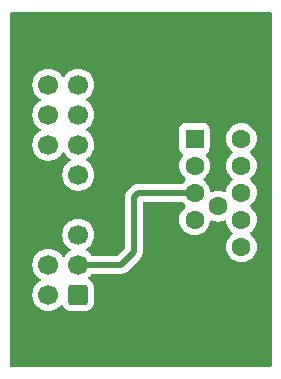
<source format=gbr>
%TF.GenerationSoftware,KiCad,Pcbnew,(5.99.0-11667-g1edb96cc5b)*%
%TF.CreationDate,2021-10-30T09:42:55+02:00*%
%TF.ProjectId,VGADE15toIDC16,56474144-4531-4357-946f-49444331362e,rev?*%
%TF.SameCoordinates,Original*%
%TF.FileFunction,Copper,L2,Bot*%
%TF.FilePolarity,Positive*%
%FSLAX46Y46*%
G04 Gerber Fmt 4.6, Leading zero omitted, Abs format (unit mm)*
G04 Created by KiCad (PCBNEW (5.99.0-11667-g1edb96cc5b)) date 2021-10-30 09:42:55*
%MOMM*%
%LPD*%
G01*
G04 APERTURE LIST*
G04 Aperture macros list*
%AMRoundRect*
0 Rectangle with rounded corners*
0 $1 Rounding radius*
0 $2 $3 $4 $5 $6 $7 $8 $9 X,Y pos of 4 corners*
0 Add a 4 corners polygon primitive as box body*
4,1,4,$2,$3,$4,$5,$6,$7,$8,$9,$2,$3,0*
0 Add four circle primitives for the rounded corners*
1,1,$1+$1,$2,$3*
1,1,$1+$1,$4,$5*
1,1,$1+$1,$6,$7*
1,1,$1+$1,$8,$9*
0 Add four rect primitives between the rounded corners*
20,1,$1+$1,$2,$3,$4,$5,0*
20,1,$1+$1,$4,$5,$6,$7,0*
20,1,$1+$1,$6,$7,$8,$9,0*
20,1,$1+$1,$8,$9,$2,$3,0*%
G04 Aperture macros list end*
%TA.AperFunction,ComponentPad*%
%ADD10C,4.000000*%
%TD*%
%TA.AperFunction,ComponentPad*%
%ADD11R,1.600000X1.600000*%
%TD*%
%TA.AperFunction,ComponentPad*%
%ADD12C,1.600000*%
%TD*%
%TA.AperFunction,ComponentPad*%
%ADD13RoundRect,0.250000X0.600000X0.600000X-0.600000X0.600000X-0.600000X-0.600000X0.600000X-0.600000X0*%
%TD*%
%TA.AperFunction,ComponentPad*%
%ADD14C,1.700000*%
%TD*%
%TA.AperFunction,Conductor*%
%ADD15C,0.500000*%
%TD*%
G04 APERTURE END LIST*
D10*
%TO.P,J2,0*%
%TO.N,/GND*%
X126190000Y-109415000D03*
X126190000Y-134415000D03*
D11*
%TO.P,J2,1*%
%TO.N,/RED*%
X124140000Y-117600000D03*
D12*
%TO.P,J2,2*%
%TO.N,/GREEN*%
X124140000Y-119890000D03*
%TO.P,J2,3*%
%TO.N,/BLUE*%
X124140000Y-122180000D03*
%TO.P,J2,4*%
%TO.N,/NC*%
X124140000Y-124470000D03*
%TO.P,J2,5*%
%TO.N,/GND*%
X124140000Y-126760000D03*
%TO.P,J2,6*%
X126120000Y-116455000D03*
%TO.P,J2,7*%
X126120000Y-118745000D03*
%TO.P,J2,8*%
X126120000Y-121035000D03*
%TO.P,J2,9*%
%TO.N,/NC*%
X126120000Y-123325000D03*
%TO.P,J2,10*%
%TO.N,/GND*%
X126120000Y-125615000D03*
%TO.P,J2,11*%
%TO.N,/NC*%
X128100000Y-117600000D03*
%TO.P,J2,12*%
X128100000Y-119890000D03*
%TO.P,J2,13*%
%TO.N,/HSYNC*%
X128100000Y-122180000D03*
%TO.P,J2,14*%
%TO.N,/VSYNC*%
X128100000Y-124470000D03*
%TO.P,J2,15*%
%TO.N,/NC*%
X128100000Y-126760000D03*
%TD*%
D13*
%TO.P,J1,1,Pin_1*%
%TO.N,/RED*%
X114292500Y-130820000D03*
D14*
%TO.P,J1,2,Pin_2*%
%TO.N,/GREEN*%
X111752500Y-130820000D03*
%TO.P,J1,3,Pin_3*%
%TO.N,/BLUE*%
X114292500Y-128280000D03*
%TO.P,J1,4,Pin_4*%
%TO.N,/NC*%
X111752500Y-128280000D03*
%TO.P,J1,5,Pin_5*%
X114292500Y-125740000D03*
%TO.P,J1,6,Pin_6*%
%TO.N,/GND*%
X111752500Y-125740000D03*
%TO.P,J1,7,Pin_7*%
X114292500Y-123200000D03*
%TO.P,J1,8,Pin_8*%
X111752500Y-123200000D03*
%TO.P,J1,9,Pin_9*%
%TO.N,/NC*%
X114292500Y-120660000D03*
%TO.P,J1,10,Pin_10*%
%TO.N,/GND*%
X111752500Y-120660000D03*
%TO.P,J1,11,Pin_11*%
%TO.N,/NC*%
X114292500Y-118120000D03*
%TO.P,J1,12,Pin_12*%
X111752500Y-118120000D03*
%TO.P,J1,13,Pin_13*%
%TO.N,/HSYNC*%
X114292500Y-115580000D03*
%TO.P,J1,14,Pin_14*%
%TO.N,/VSYNC*%
X111752500Y-115580000D03*
%TO.P,J1,15,Pin_15*%
%TO.N,/NC*%
X114292500Y-113040000D03*
%TO.P,J1,16,Pin_16*%
%TO.N,/{slash}C1*%
X111752500Y-113040000D03*
%TD*%
D15*
%TO.N,/BLUE*%
X118990000Y-122550000D02*
X119360000Y-122180000D01*
X119360000Y-122180000D02*
X124140000Y-122180000D01*
X117940000Y-128280000D02*
X118990000Y-127230000D01*
X118990000Y-127230000D02*
X118990000Y-122550000D01*
X114292500Y-128280000D02*
X117940000Y-128280000D01*
%TD*%
%TA.AperFunction,Conductor*%
%TO.N,/GND*%
G36*
X130602121Y-106900002D02*
G01*
X130648614Y-106953658D01*
X130660000Y-107006000D01*
X130660000Y-136814000D01*
X130639998Y-136882121D01*
X130586342Y-136928614D01*
X130534000Y-136940000D01*
X108606000Y-136940000D01*
X108537879Y-136919998D01*
X108491386Y-136866342D01*
X108480000Y-136814000D01*
X108480000Y-128280000D01*
X110396841Y-128280000D01*
X110417437Y-128515408D01*
X110478597Y-128743663D01*
X110480919Y-128748643D01*
X110480920Y-128748645D01*
X110575569Y-128951618D01*
X110578465Y-128957829D01*
X110714005Y-129151401D01*
X110881099Y-129318495D01*
X110885607Y-129321652D01*
X110885610Y-129321654D01*
X111064320Y-129446788D01*
X111108648Y-129502245D01*
X111115957Y-129572865D01*
X111083926Y-129636225D01*
X111064322Y-129653211D01*
X110881099Y-129781505D01*
X110714005Y-129948599D01*
X110578465Y-130142171D01*
X110576144Y-130147149D01*
X110576142Y-130147152D01*
X110563000Y-130175336D01*
X110478597Y-130356337D01*
X110417437Y-130584592D01*
X110396841Y-130820000D01*
X110417437Y-131055408D01*
X110478597Y-131283663D01*
X110480919Y-131288643D01*
X110480920Y-131288645D01*
X110565426Y-131469866D01*
X110578465Y-131497829D01*
X110714005Y-131691401D01*
X110881099Y-131858495D01*
X110885607Y-131861652D01*
X110885610Y-131861654D01*
X110925157Y-131889345D01*
X111074670Y-131994035D01*
X111079652Y-131996358D01*
X111079657Y-131996361D01*
X111283855Y-132091580D01*
X111288837Y-132093903D01*
X111294145Y-132095325D01*
X111294147Y-132095326D01*
X111336126Y-132106574D01*
X111517092Y-132155063D01*
X111752500Y-132175659D01*
X111987908Y-132155063D01*
X112168874Y-132106574D01*
X112210853Y-132095326D01*
X112210855Y-132095325D01*
X112216163Y-132093903D01*
X112221145Y-132091580D01*
X112425343Y-131996361D01*
X112425348Y-131996358D01*
X112430330Y-131994035D01*
X112579843Y-131889345D01*
X112619390Y-131861654D01*
X112619393Y-131861652D01*
X112623901Y-131858495D01*
X112790995Y-131691401D01*
X112791126Y-131691214D01*
X112848877Y-131652793D01*
X112919865Y-131651668D01*
X112980192Y-131689100D01*
X113002303Y-131727195D01*
X113002821Y-131726953D01*
X113005575Y-131732832D01*
X113005813Y-131733242D01*
X113008244Y-131740529D01*
X113100334Y-131889345D01*
X113224189Y-132012984D01*
X113373166Y-132104814D01*
X113380114Y-132107119D01*
X113380115Y-132107119D01*
X113532741Y-132157744D01*
X113532743Y-132157745D01*
X113539272Y-132159910D01*
X113642634Y-132170500D01*
X114942366Y-132170500D01*
X114945612Y-132170163D01*
X114945616Y-132170163D01*
X115040161Y-132160353D01*
X115040165Y-132160352D01*
X115047019Y-132159641D01*
X115053555Y-132157460D01*
X115053557Y-132157460D01*
X115206081Y-132106574D01*
X115213029Y-132104256D01*
X115361845Y-132012166D01*
X115485484Y-131888311D01*
X115501916Y-131861654D01*
X115510121Y-131848342D01*
X115577314Y-131739334D01*
X115632410Y-131573228D01*
X115643000Y-131469866D01*
X115643000Y-130170134D01*
X115642663Y-130166884D01*
X115632853Y-130072339D01*
X115632852Y-130072335D01*
X115632141Y-130065481D01*
X115576756Y-129899471D01*
X115484666Y-129750655D01*
X115360811Y-129627016D01*
X115211834Y-129535186D01*
X115204884Y-129532881D01*
X115198252Y-129529788D01*
X115198932Y-129528329D01*
X115147709Y-129492841D01*
X115120474Y-129427276D01*
X115133009Y-129357395D01*
X115163432Y-129318823D01*
X115163901Y-129318495D01*
X115330995Y-129151401D01*
X115378030Y-129084228D01*
X115433484Y-129039901D01*
X115481241Y-129030500D01*
X117873546Y-129030500D01*
X117892496Y-129031933D01*
X117906396Y-129034048D01*
X117906400Y-129034048D01*
X117913630Y-129035148D01*
X117920922Y-129034555D01*
X117920925Y-129034555D01*
X117965675Y-129030915D01*
X117975889Y-129030500D01*
X117983822Y-129030500D01*
X117993118Y-129029416D01*
X118011736Y-129027246D01*
X118016111Y-129026813D01*
X118046274Y-129024360D01*
X118088059Y-129020961D01*
X118095021Y-129018706D01*
X118100816Y-129017548D01*
X118106558Y-129016191D01*
X118113828Y-129015343D01*
X118181736Y-128990694D01*
X118185864Y-128989277D01*
X118247583Y-128969283D01*
X118247585Y-128969282D01*
X118254546Y-128967027D01*
X118260800Y-128963232D01*
X118266179Y-128960769D01*
X118271455Y-128958127D01*
X118278331Y-128955631D01*
X118338709Y-128916046D01*
X118342419Y-128913705D01*
X118399361Y-128879152D01*
X118399368Y-128879147D01*
X118404160Y-128876239D01*
X118412452Y-128868915D01*
X118412474Y-128868940D01*
X118415569Y-128866194D01*
X118418563Y-128863691D01*
X118424685Y-128859677D01*
X118477384Y-128804047D01*
X118479761Y-128801606D01*
X119473689Y-127807678D01*
X119488102Y-127795291D01*
X119499425Y-127786959D01*
X119499429Y-127786955D01*
X119505324Y-127782617D01*
X119539151Y-127742800D01*
X119546071Y-127735296D01*
X119551670Y-127729697D01*
X119569114Y-127707649D01*
X119571883Y-127704273D01*
X119613892Y-127654825D01*
X119613894Y-127654822D01*
X119618632Y-127649245D01*
X119621960Y-127642726D01*
X119625235Y-127637816D01*
X119628336Y-127632796D01*
X119632881Y-127627051D01*
X119663447Y-127561651D01*
X119665375Y-127557705D01*
X119694890Y-127499903D01*
X119698219Y-127493384D01*
X119699958Y-127486275D01*
X119702017Y-127480740D01*
X119703883Y-127475132D01*
X119706979Y-127468507D01*
X119721684Y-127397812D01*
X119722654Y-127393527D01*
X119738480Y-127328849D01*
X119739815Y-127323394D01*
X119740500Y-127312352D01*
X119740531Y-127312354D01*
X119740780Y-127308230D01*
X119741128Y-127304328D01*
X119742617Y-127297170D01*
X119740546Y-127220622D01*
X119740500Y-127217214D01*
X119740500Y-123056500D01*
X119760502Y-122988379D01*
X119814158Y-122941886D01*
X119866500Y-122930500D01*
X123012296Y-122930500D01*
X123080417Y-122950502D01*
X123115509Y-122984229D01*
X123139953Y-123019139D01*
X123300861Y-123180047D01*
X123360474Y-123221788D01*
X123404801Y-123277244D01*
X123412110Y-123347863D01*
X123380079Y-123411224D01*
X123360475Y-123428211D01*
X123300861Y-123469953D01*
X123139953Y-123630861D01*
X123009432Y-123817266D01*
X122913261Y-124023504D01*
X122854365Y-124243308D01*
X122834532Y-124470000D01*
X122854365Y-124696692D01*
X122913261Y-124916496D01*
X122915583Y-124921476D01*
X122915584Y-124921478D01*
X122983514Y-125067152D01*
X123009432Y-125122734D01*
X123139953Y-125309139D01*
X123300861Y-125470047D01*
X123487266Y-125600568D01*
X123492244Y-125602889D01*
X123492247Y-125602891D01*
X123688522Y-125694416D01*
X123693504Y-125696739D01*
X123698812Y-125698161D01*
X123698814Y-125698162D01*
X123907993Y-125754211D01*
X123907995Y-125754211D01*
X123913308Y-125755635D01*
X124140000Y-125775468D01*
X124366692Y-125755635D01*
X124372005Y-125754211D01*
X124372007Y-125754211D01*
X124581186Y-125698162D01*
X124581188Y-125698161D01*
X124586496Y-125696739D01*
X124591478Y-125694416D01*
X124787753Y-125602891D01*
X124787756Y-125602889D01*
X124792734Y-125600568D01*
X124979139Y-125470047D01*
X125140047Y-125309139D01*
X125270568Y-125122734D01*
X125296487Y-125067152D01*
X125364416Y-124921478D01*
X125364417Y-124921476D01*
X125366739Y-124916496D01*
X125425635Y-124696692D01*
X125426114Y-124691216D01*
X125426115Y-124691211D01*
X125431852Y-124625631D01*
X125457715Y-124559512D01*
X125515219Y-124517873D01*
X125586106Y-124513932D01*
X125610624Y-124522417D01*
X125673504Y-124551739D01*
X125678812Y-124553161D01*
X125678814Y-124553162D01*
X125887993Y-124609211D01*
X125887995Y-124609211D01*
X125893308Y-124610635D01*
X126120000Y-124630468D01*
X126346692Y-124610635D01*
X126352005Y-124609211D01*
X126352007Y-124609211D01*
X126561186Y-124553162D01*
X126561188Y-124553161D01*
X126566496Y-124551739D01*
X126629377Y-124522417D01*
X126699569Y-124511756D01*
X126764381Y-124540736D01*
X126803238Y-124600156D01*
X126808148Y-124625631D01*
X126813885Y-124691211D01*
X126813886Y-124691216D01*
X126814365Y-124696692D01*
X126873261Y-124916496D01*
X126875583Y-124921476D01*
X126875584Y-124921478D01*
X126943514Y-125067152D01*
X126969432Y-125122734D01*
X127099953Y-125309139D01*
X127260861Y-125470047D01*
X127320474Y-125511788D01*
X127364801Y-125567244D01*
X127372110Y-125637863D01*
X127340079Y-125701224D01*
X127320475Y-125718211D01*
X127260861Y-125759953D01*
X127099953Y-125920861D01*
X126969432Y-126107266D01*
X126873261Y-126313504D01*
X126814365Y-126533308D01*
X126794532Y-126760000D01*
X126814365Y-126986692D01*
X126815789Y-126992005D01*
X126815789Y-126992007D01*
X126819565Y-127006097D01*
X126873261Y-127206496D01*
X126875583Y-127211476D01*
X126875584Y-127211478D01*
X126965688Y-127404704D01*
X126969432Y-127412734D01*
X127099953Y-127599139D01*
X127260861Y-127760047D01*
X127447266Y-127890568D01*
X127452244Y-127892889D01*
X127452247Y-127892891D01*
X127648522Y-127984416D01*
X127653504Y-127986739D01*
X127658812Y-127988161D01*
X127658814Y-127988162D01*
X127867993Y-128044211D01*
X127867995Y-128044211D01*
X127873308Y-128045635D01*
X128100000Y-128065468D01*
X128326692Y-128045635D01*
X128332005Y-128044211D01*
X128332007Y-128044211D01*
X128541186Y-127988162D01*
X128541188Y-127988161D01*
X128546496Y-127986739D01*
X128551478Y-127984416D01*
X128747753Y-127892891D01*
X128747756Y-127892889D01*
X128752734Y-127890568D01*
X128939139Y-127760047D01*
X129100047Y-127599139D01*
X129230568Y-127412734D01*
X129234313Y-127404704D01*
X129324416Y-127211478D01*
X129324417Y-127211476D01*
X129326739Y-127206496D01*
X129380436Y-127006097D01*
X129384211Y-126992007D01*
X129384211Y-126992005D01*
X129385635Y-126986692D01*
X129405468Y-126760000D01*
X129385635Y-126533308D01*
X129326739Y-126313504D01*
X129230568Y-126107266D01*
X129100047Y-125920861D01*
X128939139Y-125759953D01*
X128879526Y-125718212D01*
X128835199Y-125662756D01*
X128827890Y-125592137D01*
X128859921Y-125528776D01*
X128879525Y-125511789D01*
X128939139Y-125470047D01*
X129100047Y-125309139D01*
X129230568Y-125122734D01*
X129256487Y-125067152D01*
X129324416Y-124921478D01*
X129324417Y-124921476D01*
X129326739Y-124916496D01*
X129385635Y-124696692D01*
X129405468Y-124470000D01*
X129385635Y-124243308D01*
X129326739Y-124023504D01*
X129230568Y-123817266D01*
X129100047Y-123630861D01*
X128939139Y-123469953D01*
X128879526Y-123428212D01*
X128835199Y-123372756D01*
X128827890Y-123302137D01*
X128859921Y-123238776D01*
X128879525Y-123221789D01*
X128939139Y-123180047D01*
X129100047Y-123019139D01*
X129230568Y-122832734D01*
X129326739Y-122626496D01*
X129385635Y-122406692D01*
X129405468Y-122180000D01*
X129385635Y-121953308D01*
X129380817Y-121935326D01*
X129328162Y-121738814D01*
X129328161Y-121738812D01*
X129326739Y-121733504D01*
X129308597Y-121694598D01*
X129232891Y-121532247D01*
X129232889Y-121532244D01*
X129230568Y-121527266D01*
X129100047Y-121340861D01*
X128939139Y-121179953D01*
X128879526Y-121138212D01*
X128835199Y-121082756D01*
X128827890Y-121012137D01*
X128859921Y-120948776D01*
X128879525Y-120931789D01*
X128939139Y-120890047D01*
X129100047Y-120729139D01*
X129230568Y-120542734D01*
X129288138Y-120419277D01*
X129324416Y-120341478D01*
X129324417Y-120341476D01*
X129326739Y-120336496D01*
X129362872Y-120201647D01*
X129384211Y-120122007D01*
X129384211Y-120122005D01*
X129385635Y-120116692D01*
X129405468Y-119890000D01*
X129385635Y-119663308D01*
X129340059Y-119493214D01*
X129328162Y-119448814D01*
X129328161Y-119448812D01*
X129326739Y-119443504D01*
X129279521Y-119342245D01*
X129232891Y-119242247D01*
X129232889Y-119242244D01*
X129230568Y-119237266D01*
X129100047Y-119050861D01*
X128939139Y-118889953D01*
X128879526Y-118848212D01*
X128835199Y-118792756D01*
X128827890Y-118722137D01*
X128859921Y-118658776D01*
X128879525Y-118641789D01*
X128939139Y-118600047D01*
X129100047Y-118439139D01*
X129230568Y-118252734D01*
X129292464Y-118120000D01*
X129324416Y-118051478D01*
X129324417Y-118051476D01*
X129326739Y-118046496D01*
X129368653Y-117890072D01*
X129384211Y-117832007D01*
X129384211Y-117832005D01*
X129385635Y-117826692D01*
X129405468Y-117600000D01*
X129385635Y-117373308D01*
X129384211Y-117367993D01*
X129328162Y-117158814D01*
X129328161Y-117158812D01*
X129326739Y-117153504D01*
X129324416Y-117148522D01*
X129232891Y-116952247D01*
X129232889Y-116952244D01*
X129230568Y-116947266D01*
X129100047Y-116760861D01*
X128939139Y-116599953D01*
X128752734Y-116469432D01*
X128747756Y-116467111D01*
X128747753Y-116467109D01*
X128551478Y-116375584D01*
X128551476Y-116375583D01*
X128546496Y-116373261D01*
X128541188Y-116371839D01*
X128541186Y-116371838D01*
X128332007Y-116315789D01*
X128332005Y-116315789D01*
X128326692Y-116314365D01*
X128100000Y-116294532D01*
X127873308Y-116314365D01*
X127867995Y-116315789D01*
X127867993Y-116315789D01*
X127658814Y-116371838D01*
X127658812Y-116371839D01*
X127653504Y-116373261D01*
X127648524Y-116375583D01*
X127648522Y-116375584D01*
X127452247Y-116467109D01*
X127452244Y-116467111D01*
X127447266Y-116469432D01*
X127260861Y-116599953D01*
X127099953Y-116760861D01*
X126969432Y-116947266D01*
X126967111Y-116952244D01*
X126967109Y-116952247D01*
X126875584Y-117148522D01*
X126873261Y-117153504D01*
X126871839Y-117158812D01*
X126871838Y-117158814D01*
X126815789Y-117367993D01*
X126814365Y-117373308D01*
X126794532Y-117600000D01*
X126814365Y-117826692D01*
X126815789Y-117832005D01*
X126815789Y-117832007D01*
X126831348Y-117890072D01*
X126873261Y-118046496D01*
X126875583Y-118051476D01*
X126875584Y-118051478D01*
X126907537Y-118120000D01*
X126969432Y-118252734D01*
X127099953Y-118439139D01*
X127260861Y-118600047D01*
X127320474Y-118641788D01*
X127364801Y-118697244D01*
X127372110Y-118767863D01*
X127340079Y-118831224D01*
X127320475Y-118848211D01*
X127260861Y-118889953D01*
X127099953Y-119050861D01*
X126969432Y-119237266D01*
X126967111Y-119242244D01*
X126967109Y-119242247D01*
X126920479Y-119342245D01*
X126873261Y-119443504D01*
X126871839Y-119448812D01*
X126871838Y-119448814D01*
X126859941Y-119493214D01*
X126814365Y-119663308D01*
X126794532Y-119890000D01*
X126814365Y-120116692D01*
X126815789Y-120122005D01*
X126815789Y-120122007D01*
X126837129Y-120201647D01*
X126873261Y-120336496D01*
X126875583Y-120341476D01*
X126875584Y-120341478D01*
X126911863Y-120419277D01*
X126969432Y-120542734D01*
X127099953Y-120729139D01*
X127260861Y-120890047D01*
X127320474Y-120931788D01*
X127364801Y-120987244D01*
X127372110Y-121057863D01*
X127340079Y-121121224D01*
X127320475Y-121138211D01*
X127260861Y-121179953D01*
X127099953Y-121340861D01*
X126969432Y-121527266D01*
X126967111Y-121532244D01*
X126967109Y-121532247D01*
X126891403Y-121694598D01*
X126873261Y-121733504D01*
X126871839Y-121738812D01*
X126871838Y-121738814D01*
X126819183Y-121935326D01*
X126814365Y-121953308D01*
X126813886Y-121958784D01*
X126813885Y-121958789D01*
X126808148Y-122024369D01*
X126782285Y-122090488D01*
X126724781Y-122132127D01*
X126653894Y-122136068D01*
X126629377Y-122127583D01*
X126571478Y-122100584D01*
X126571476Y-122100583D01*
X126566496Y-122098261D01*
X126561188Y-122096839D01*
X126561186Y-122096838D01*
X126352007Y-122040789D01*
X126352005Y-122040789D01*
X126346692Y-122039365D01*
X126120000Y-122019532D01*
X125893308Y-122039365D01*
X125887995Y-122040789D01*
X125887993Y-122040789D01*
X125678814Y-122096838D01*
X125678812Y-122096839D01*
X125673504Y-122098261D01*
X125668524Y-122100583D01*
X125668522Y-122100584D01*
X125610623Y-122127583D01*
X125540431Y-122138244D01*
X125475619Y-122109264D01*
X125436762Y-122049844D01*
X125431852Y-122024369D01*
X125426115Y-121958789D01*
X125426114Y-121958784D01*
X125425635Y-121953308D01*
X125420817Y-121935326D01*
X125368162Y-121738814D01*
X125368161Y-121738812D01*
X125366739Y-121733504D01*
X125348597Y-121694598D01*
X125272891Y-121532247D01*
X125272889Y-121532244D01*
X125270568Y-121527266D01*
X125140047Y-121340861D01*
X124979139Y-121179953D01*
X124919526Y-121138212D01*
X124875199Y-121082756D01*
X124867890Y-121012137D01*
X124899921Y-120948776D01*
X124919525Y-120931789D01*
X124979139Y-120890047D01*
X125140047Y-120729139D01*
X125270568Y-120542734D01*
X125328138Y-120419277D01*
X125364416Y-120341478D01*
X125364417Y-120341476D01*
X125366739Y-120336496D01*
X125402872Y-120201647D01*
X125424211Y-120122007D01*
X125424211Y-120122005D01*
X125425635Y-120116692D01*
X125445468Y-119890000D01*
X125425635Y-119663308D01*
X125380059Y-119493214D01*
X125368162Y-119448814D01*
X125368161Y-119448812D01*
X125366739Y-119443504D01*
X125319521Y-119342245D01*
X125272891Y-119242247D01*
X125272889Y-119242244D01*
X125270568Y-119237266D01*
X125140047Y-119050861D01*
X125136151Y-119046965D01*
X125132621Y-119042758D01*
X125134397Y-119041268D01*
X125105115Y-118987643D01*
X125110180Y-118916828D01*
X125152727Y-118859992D01*
X125167729Y-118850339D01*
X125174417Y-118846678D01*
X125182824Y-118843526D01*
X125199239Y-118831224D01*
X125290365Y-118762928D01*
X125297546Y-118757546D01*
X125324084Y-118722137D01*
X125378144Y-118650006D01*
X125378146Y-118650003D01*
X125383526Y-118642824D01*
X125433851Y-118508580D01*
X125440500Y-118447377D01*
X125440499Y-116752624D01*
X125433851Y-116691420D01*
X125383526Y-116557176D01*
X125378146Y-116549997D01*
X125378144Y-116549994D01*
X125302928Y-116449635D01*
X125297546Y-116442454D01*
X125290365Y-116437072D01*
X125190006Y-116361856D01*
X125190003Y-116361854D01*
X125182824Y-116356474D01*
X125069219Y-116313886D01*
X125055975Y-116308921D01*
X125055973Y-116308921D01*
X125048580Y-116306149D01*
X125040730Y-116305296D01*
X125040729Y-116305296D01*
X124990774Y-116299869D01*
X124990773Y-116299869D01*
X124987377Y-116299500D01*
X124140124Y-116299500D01*
X123292624Y-116299501D01*
X123289230Y-116299870D01*
X123289224Y-116299870D01*
X123239278Y-116305295D01*
X123239274Y-116305296D01*
X123231420Y-116306149D01*
X123097176Y-116356474D01*
X123089997Y-116361854D01*
X123089994Y-116361856D01*
X122989635Y-116437072D01*
X122982454Y-116442454D01*
X122977072Y-116449635D01*
X122901856Y-116549994D01*
X122901854Y-116549997D01*
X122896474Y-116557176D01*
X122846149Y-116691420D01*
X122839500Y-116752623D01*
X122839501Y-118447376D01*
X122846149Y-118508580D01*
X122896474Y-118642824D01*
X122901854Y-118650003D01*
X122901856Y-118650006D01*
X122955916Y-118722137D01*
X122982454Y-118757546D01*
X122989635Y-118762928D01*
X123080762Y-118831224D01*
X123097176Y-118843526D01*
X123105583Y-118846678D01*
X123112271Y-118850339D01*
X123162418Y-118900597D01*
X123177433Y-118969987D01*
X123152549Y-119036480D01*
X123147219Y-119042624D01*
X123147379Y-119042758D01*
X123143849Y-119046965D01*
X123139953Y-119050861D01*
X123009432Y-119237266D01*
X123007111Y-119242244D01*
X123007109Y-119242247D01*
X122960479Y-119342245D01*
X122913261Y-119443504D01*
X122911839Y-119448812D01*
X122911838Y-119448814D01*
X122899941Y-119493214D01*
X122854365Y-119663308D01*
X122834532Y-119890000D01*
X122854365Y-120116692D01*
X122855789Y-120122005D01*
X122855789Y-120122007D01*
X122877129Y-120201647D01*
X122913261Y-120336496D01*
X122915583Y-120341476D01*
X122915584Y-120341478D01*
X122951863Y-120419277D01*
X123009432Y-120542734D01*
X123139953Y-120729139D01*
X123300861Y-120890047D01*
X123360474Y-120931788D01*
X123404801Y-120987244D01*
X123412110Y-121057863D01*
X123380079Y-121121224D01*
X123360475Y-121138211D01*
X123300861Y-121179953D01*
X123139953Y-121340861D01*
X123136800Y-121345364D01*
X123115510Y-121375770D01*
X123060053Y-121420099D01*
X123012296Y-121429500D01*
X119426454Y-121429500D01*
X119407504Y-121428067D01*
X119393604Y-121425952D01*
X119393600Y-121425952D01*
X119386370Y-121424852D01*
X119379078Y-121425445D01*
X119379075Y-121425445D01*
X119334325Y-121429085D01*
X119324111Y-121429500D01*
X119316178Y-121429500D01*
X119306882Y-121430584D01*
X119288264Y-121432754D01*
X119283889Y-121433187D01*
X119253726Y-121435640D01*
X119211941Y-121439039D01*
X119204979Y-121441294D01*
X119199184Y-121442452D01*
X119193442Y-121443809D01*
X119186172Y-121444657D01*
X119118264Y-121469306D01*
X119114136Y-121470723D01*
X119052417Y-121490717D01*
X119052415Y-121490718D01*
X119045454Y-121492973D01*
X119039200Y-121496768D01*
X119033821Y-121499231D01*
X119028545Y-121501873D01*
X119021669Y-121504369D01*
X118961301Y-121543948D01*
X118957581Y-121546295D01*
X118900639Y-121580848D01*
X118900632Y-121580853D01*
X118895840Y-121583761D01*
X118887548Y-121591085D01*
X118887526Y-121591060D01*
X118884431Y-121593806D01*
X118881437Y-121596309D01*
X118875315Y-121600323D01*
X118870282Y-121605636D01*
X118822617Y-121655952D01*
X118820239Y-121658394D01*
X118506311Y-121972322D01*
X118491898Y-121984709D01*
X118480575Y-121993041D01*
X118480571Y-121993045D01*
X118474676Y-121997383D01*
X118440849Y-122037200D01*
X118433929Y-122044704D01*
X118428330Y-122050303D01*
X118410886Y-122072351D01*
X118408117Y-122075727D01*
X118366108Y-122125175D01*
X118366106Y-122125178D01*
X118361368Y-122130755D01*
X118358040Y-122137274D01*
X118354765Y-122142184D01*
X118351664Y-122147204D01*
X118347119Y-122152949D01*
X118344017Y-122159587D01*
X118344016Y-122159588D01*
X118316556Y-122218343D01*
X118314628Y-122222289D01*
X118281781Y-122286616D01*
X118280042Y-122293725D01*
X118277983Y-122299260D01*
X118276117Y-122304868D01*
X118273021Y-122311493D01*
X118271532Y-122318653D01*
X118271531Y-122318655D01*
X118258315Y-122382193D01*
X118257344Y-122386482D01*
X118240185Y-122456606D01*
X118239500Y-122467648D01*
X118239468Y-122467646D01*
X118239221Y-122471776D01*
X118238875Y-122475656D01*
X118237382Y-122482831D01*
X118237580Y-122490152D01*
X118237580Y-122490153D01*
X118239454Y-122559400D01*
X118239500Y-122562808D01*
X118239500Y-126866943D01*
X118219498Y-126935064D01*
X118202595Y-126956038D01*
X117666038Y-127492595D01*
X117603726Y-127526621D01*
X117576943Y-127529500D01*
X115481241Y-127529500D01*
X115413120Y-127509498D01*
X115378031Y-127475774D01*
X115330995Y-127408599D01*
X115163901Y-127241505D01*
X115159393Y-127238348D01*
X115159390Y-127238346D01*
X115031908Y-127149082D01*
X114980681Y-127113213D01*
X114936353Y-127057756D01*
X114929044Y-126987137D01*
X114961075Y-126923776D01*
X114980681Y-126906787D01*
X115159390Y-126781654D01*
X115159393Y-126781652D01*
X115163901Y-126778495D01*
X115330995Y-126611401D01*
X115466535Y-126417829D01*
X115566403Y-126203663D01*
X115627563Y-125975408D01*
X115648159Y-125740000D01*
X115627563Y-125504592D01*
X115566403Y-125276337D01*
X115466535Y-125062171D01*
X115330995Y-124868599D01*
X115163901Y-124701505D01*
X115159393Y-124698348D01*
X115159390Y-124698346D01*
X114974839Y-124569122D01*
X114974836Y-124569120D01*
X114970330Y-124565965D01*
X114965348Y-124563642D01*
X114965343Y-124563639D01*
X114761145Y-124468420D01*
X114761144Y-124468419D01*
X114756163Y-124466097D01*
X114750855Y-124464675D01*
X114750853Y-124464674D01*
X114533223Y-124406361D01*
X114533222Y-124406361D01*
X114527908Y-124404937D01*
X114292500Y-124384341D01*
X114057092Y-124404937D01*
X114051778Y-124406361D01*
X114051777Y-124406361D01*
X113834147Y-124464674D01*
X113834145Y-124464675D01*
X113828837Y-124466097D01*
X113823857Y-124468419D01*
X113823855Y-124468420D01*
X113619652Y-124563642D01*
X113619649Y-124563644D01*
X113614671Y-124565965D01*
X113421099Y-124701505D01*
X113254005Y-124868599D01*
X113118465Y-125062171D01*
X113018597Y-125276337D01*
X112957437Y-125504592D01*
X112936841Y-125740000D01*
X112957437Y-125975408D01*
X113018597Y-126203663D01*
X113118465Y-126417829D01*
X113254005Y-126611401D01*
X113421099Y-126778495D01*
X113425607Y-126781652D01*
X113425610Y-126781654D01*
X113604320Y-126906788D01*
X113648648Y-126962245D01*
X113655957Y-127032865D01*
X113623926Y-127096225D01*
X113604322Y-127113211D01*
X113421099Y-127241505D01*
X113254005Y-127408599D01*
X113148241Y-127559646D01*
X113125713Y-127591820D01*
X113070256Y-127636149D01*
X112999637Y-127643458D01*
X112936276Y-127611428D01*
X112919287Y-127591820D01*
X112896759Y-127559646D01*
X112790995Y-127408599D01*
X112623901Y-127241505D01*
X112619393Y-127238348D01*
X112619390Y-127238346D01*
X112434839Y-127109122D01*
X112434836Y-127109120D01*
X112430330Y-127105965D01*
X112425348Y-127103642D01*
X112425343Y-127103639D01*
X112221145Y-127008420D01*
X112221144Y-127008419D01*
X112216163Y-127006097D01*
X112210855Y-127004675D01*
X112210853Y-127004674D01*
X111993223Y-126946361D01*
X111993222Y-126946361D01*
X111987908Y-126944937D01*
X111752500Y-126924341D01*
X111517092Y-126944937D01*
X111511778Y-126946361D01*
X111511777Y-126946361D01*
X111294147Y-127004674D01*
X111294145Y-127004675D01*
X111288837Y-127006097D01*
X111283857Y-127008419D01*
X111283855Y-127008420D01*
X111079652Y-127103642D01*
X111079649Y-127103644D01*
X111074671Y-127105965D01*
X110881099Y-127241505D01*
X110714005Y-127408599D01*
X110578465Y-127602171D01*
X110576144Y-127607149D01*
X110576142Y-127607152D01*
X110494321Y-127782617D01*
X110478597Y-127816337D01*
X110477175Y-127821645D01*
X110477174Y-127821647D01*
X110433561Y-127984416D01*
X110417437Y-128044592D01*
X110396841Y-128280000D01*
X108480000Y-128280000D01*
X108480000Y-113040000D01*
X110396841Y-113040000D01*
X110417437Y-113275408D01*
X110478597Y-113503663D01*
X110480919Y-113508643D01*
X110480920Y-113508645D01*
X110562621Y-113683851D01*
X110578465Y-113717829D01*
X110714005Y-113911401D01*
X110881099Y-114078495D01*
X110885607Y-114081652D01*
X110885610Y-114081654D01*
X111064320Y-114206788D01*
X111108648Y-114262245D01*
X111115957Y-114332865D01*
X111083926Y-114396225D01*
X111064322Y-114413211D01*
X110881099Y-114541505D01*
X110714005Y-114708599D01*
X110578465Y-114902171D01*
X110576144Y-114907149D01*
X110576142Y-114907152D01*
X110559212Y-114943458D01*
X110478597Y-115116337D01*
X110417437Y-115344592D01*
X110396841Y-115580000D01*
X110417437Y-115815408D01*
X110478597Y-116043663D01*
X110480919Y-116048643D01*
X110480920Y-116048645D01*
X110562621Y-116223851D01*
X110578465Y-116257829D01*
X110714005Y-116451401D01*
X110881099Y-116618495D01*
X110885607Y-116621652D01*
X110885610Y-116621654D01*
X111064320Y-116746788D01*
X111108648Y-116802245D01*
X111115957Y-116872865D01*
X111083926Y-116936225D01*
X111064322Y-116953211D01*
X110881099Y-117081505D01*
X110714005Y-117248599D01*
X110578465Y-117442171D01*
X110576144Y-117447149D01*
X110576142Y-117447152D01*
X110482500Y-117647967D01*
X110478597Y-117656337D01*
X110417437Y-117884592D01*
X110396841Y-118120000D01*
X110417437Y-118355408D01*
X110418861Y-118360722D01*
X110418861Y-118360723D01*
X110441164Y-118443958D01*
X110478597Y-118583663D01*
X110480919Y-118588643D01*
X110480920Y-118588645D01*
X110564492Y-118767863D01*
X110578465Y-118797829D01*
X110714005Y-118991401D01*
X110881099Y-119158495D01*
X110885607Y-119161652D01*
X110885610Y-119161654D01*
X111064320Y-119286788D01*
X111074670Y-119294035D01*
X111079652Y-119296358D01*
X111079657Y-119296361D01*
X111178056Y-119342245D01*
X111288837Y-119393903D01*
X111294145Y-119395325D01*
X111294147Y-119395326D01*
X111493770Y-119448814D01*
X111517092Y-119455063D01*
X111752500Y-119475659D01*
X111987908Y-119455063D01*
X112011230Y-119448814D01*
X112210853Y-119395326D01*
X112210855Y-119395325D01*
X112216163Y-119393903D01*
X112326944Y-119342245D01*
X112425343Y-119296361D01*
X112425348Y-119296358D01*
X112430330Y-119294035D01*
X112440680Y-119286788D01*
X112619390Y-119161654D01*
X112619393Y-119161652D01*
X112623901Y-119158495D01*
X112790995Y-118991401D01*
X112919287Y-118808180D01*
X112974744Y-118763851D01*
X113045363Y-118756542D01*
X113108724Y-118788572D01*
X113125712Y-118808179D01*
X113254005Y-118991401D01*
X113421099Y-119158495D01*
X113425607Y-119161652D01*
X113425610Y-119161654D01*
X113604320Y-119286788D01*
X113648648Y-119342245D01*
X113655957Y-119412865D01*
X113623926Y-119476225D01*
X113604322Y-119493211D01*
X113421099Y-119621505D01*
X113254005Y-119788599D01*
X113118465Y-119982171D01*
X113018597Y-120196337D01*
X112957437Y-120424592D01*
X112936841Y-120660000D01*
X112957437Y-120895408D01*
X112958861Y-120900722D01*
X112958861Y-120900723D01*
X112967185Y-120931787D01*
X113018597Y-121123663D01*
X113020919Y-121128643D01*
X113020920Y-121128645D01*
X113044846Y-121179953D01*
X113118465Y-121337829D01*
X113254005Y-121531401D01*
X113421099Y-121698495D01*
X113425607Y-121701652D01*
X113425610Y-121701654D01*
X113471097Y-121733504D01*
X113614670Y-121834035D01*
X113619652Y-121836358D01*
X113619657Y-121836361D01*
X113823855Y-121931580D01*
X113828837Y-121933903D01*
X113834145Y-121935325D01*
X113834147Y-121935326D01*
X114051777Y-121993639D01*
X114057092Y-121995063D01*
X114292500Y-122015659D01*
X114527908Y-121995063D01*
X114533223Y-121993639D01*
X114750853Y-121935326D01*
X114750855Y-121935325D01*
X114756163Y-121933903D01*
X114761145Y-121931580D01*
X114965343Y-121836361D01*
X114965348Y-121836358D01*
X114970330Y-121834035D01*
X115113903Y-121733504D01*
X115159390Y-121701654D01*
X115159393Y-121701652D01*
X115163901Y-121698495D01*
X115330995Y-121531401D01*
X115466535Y-121337829D01*
X115540155Y-121179953D01*
X115564080Y-121128645D01*
X115564081Y-121128643D01*
X115566403Y-121123663D01*
X115617816Y-120931787D01*
X115626139Y-120900723D01*
X115626139Y-120900722D01*
X115627563Y-120895408D01*
X115648159Y-120660000D01*
X115627563Y-120424592D01*
X115566403Y-120196337D01*
X115466535Y-119982171D01*
X115330995Y-119788599D01*
X115163901Y-119621505D01*
X115159393Y-119618348D01*
X115159390Y-119618346D01*
X115031908Y-119529082D01*
X114980681Y-119493213D01*
X114936353Y-119437756D01*
X114929044Y-119367137D01*
X114961075Y-119303776D01*
X114980681Y-119286787D01*
X115159390Y-119161654D01*
X115159393Y-119161652D01*
X115163901Y-119158495D01*
X115330995Y-118991401D01*
X115466535Y-118797829D01*
X115480509Y-118767863D01*
X115564080Y-118588645D01*
X115564081Y-118588643D01*
X115566403Y-118583663D01*
X115603837Y-118443958D01*
X115626139Y-118360723D01*
X115626139Y-118360722D01*
X115627563Y-118355408D01*
X115648159Y-118120000D01*
X115627563Y-117884592D01*
X115566403Y-117656337D01*
X115562500Y-117647967D01*
X115468858Y-117447152D01*
X115468856Y-117447149D01*
X115466535Y-117442171D01*
X115330995Y-117248599D01*
X115163901Y-117081505D01*
X115159393Y-117078348D01*
X115159390Y-117078346D01*
X115031908Y-116989082D01*
X114980681Y-116953213D01*
X114936353Y-116897756D01*
X114929044Y-116827137D01*
X114961075Y-116763776D01*
X114980681Y-116746787D01*
X115159390Y-116621654D01*
X115159393Y-116621652D01*
X115163901Y-116618495D01*
X115330995Y-116451401D01*
X115466535Y-116257829D01*
X115482380Y-116223851D01*
X115564080Y-116048645D01*
X115564081Y-116048643D01*
X115566403Y-116043663D01*
X115627563Y-115815408D01*
X115648159Y-115580000D01*
X115627563Y-115344592D01*
X115566403Y-115116337D01*
X115485788Y-114943458D01*
X115468858Y-114907152D01*
X115468856Y-114907149D01*
X115466535Y-114902171D01*
X115330995Y-114708599D01*
X115163901Y-114541505D01*
X115159393Y-114538348D01*
X115159390Y-114538346D01*
X115031908Y-114449082D01*
X114980681Y-114413213D01*
X114936353Y-114357756D01*
X114929044Y-114287137D01*
X114961075Y-114223776D01*
X114980681Y-114206787D01*
X115159390Y-114081654D01*
X115159393Y-114081652D01*
X115163901Y-114078495D01*
X115330995Y-113911401D01*
X115466535Y-113717829D01*
X115482380Y-113683851D01*
X115564080Y-113508645D01*
X115564081Y-113508643D01*
X115566403Y-113503663D01*
X115627563Y-113275408D01*
X115648159Y-113040000D01*
X115627563Y-112804592D01*
X115566403Y-112576337D01*
X115485788Y-112403458D01*
X115468858Y-112367152D01*
X115468856Y-112367149D01*
X115466535Y-112362171D01*
X115330995Y-112168599D01*
X115163901Y-112001505D01*
X115159393Y-111998348D01*
X115159390Y-111998346D01*
X114974839Y-111869122D01*
X114974836Y-111869120D01*
X114970330Y-111865965D01*
X114965348Y-111863642D01*
X114965343Y-111863639D01*
X114761145Y-111768420D01*
X114761144Y-111768419D01*
X114756163Y-111766097D01*
X114750855Y-111764675D01*
X114750853Y-111764674D01*
X114533223Y-111706361D01*
X114533222Y-111706361D01*
X114527908Y-111704937D01*
X114292500Y-111684341D01*
X114057092Y-111704937D01*
X114051778Y-111706361D01*
X114051777Y-111706361D01*
X113834147Y-111764674D01*
X113834145Y-111764675D01*
X113828837Y-111766097D01*
X113823857Y-111768419D01*
X113823855Y-111768420D01*
X113619652Y-111863642D01*
X113619649Y-111863644D01*
X113614671Y-111865965D01*
X113421099Y-112001505D01*
X113254005Y-112168599D01*
X113250846Y-112173111D01*
X113125713Y-112351820D01*
X113070256Y-112396149D01*
X112999637Y-112403458D01*
X112936276Y-112371428D01*
X112919287Y-112351820D01*
X112794154Y-112173111D01*
X112790995Y-112168599D01*
X112623901Y-112001505D01*
X112619393Y-111998348D01*
X112619390Y-111998346D01*
X112434839Y-111869122D01*
X112434836Y-111869120D01*
X112430330Y-111865965D01*
X112425348Y-111863642D01*
X112425343Y-111863639D01*
X112221145Y-111768420D01*
X112221144Y-111768419D01*
X112216163Y-111766097D01*
X112210855Y-111764675D01*
X112210853Y-111764674D01*
X111993223Y-111706361D01*
X111993222Y-111706361D01*
X111987908Y-111704937D01*
X111752500Y-111684341D01*
X111517092Y-111704937D01*
X111511778Y-111706361D01*
X111511777Y-111706361D01*
X111294147Y-111764674D01*
X111294145Y-111764675D01*
X111288837Y-111766097D01*
X111283857Y-111768419D01*
X111283855Y-111768420D01*
X111079652Y-111863642D01*
X111079649Y-111863644D01*
X111074671Y-111865965D01*
X110881099Y-112001505D01*
X110714005Y-112168599D01*
X110578465Y-112362171D01*
X110576144Y-112367149D01*
X110576142Y-112367152D01*
X110559212Y-112403458D01*
X110478597Y-112576337D01*
X110417437Y-112804592D01*
X110396841Y-113040000D01*
X108480000Y-113040000D01*
X108480000Y-107006000D01*
X108500002Y-106937879D01*
X108553658Y-106891386D01*
X108606000Y-106880000D01*
X130534000Y-106880000D01*
X130602121Y-106900002D01*
G37*
%TD.AperFunction*%
%TD*%
M02*

</source>
